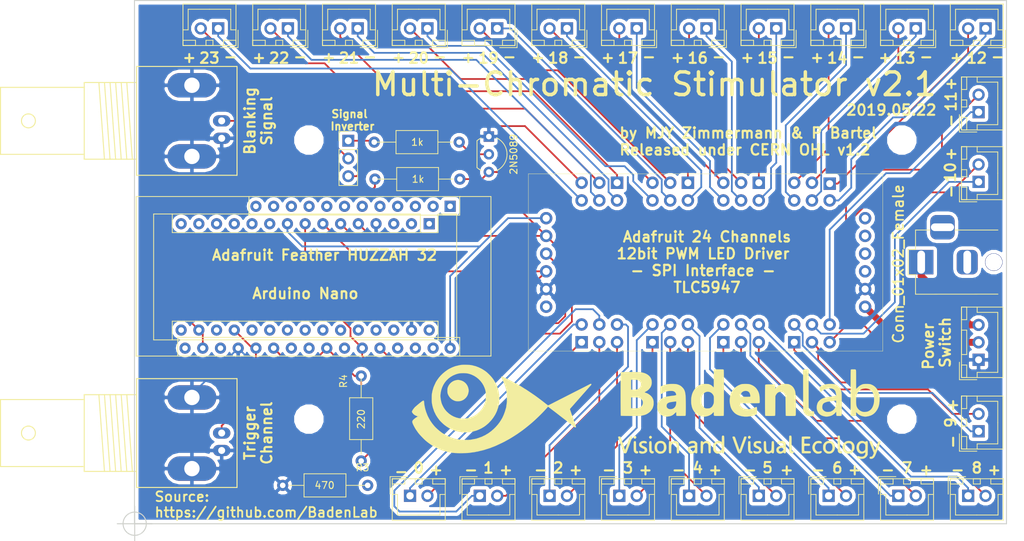
<source format=kicad_pcb>
(kicad_pcb (version 20171130) (host pcbnew "(5.0.0)")
  (layers (0 F.Cu signal) (31 B.Cu signal hide) (34 B.Paste user) (35 F.Paste user) (36 B.SilkS user) (37 F.SilkS user) (38 B.Mask user) (39 F.Mask user) (44 Edge.Cuts user))
  (net 0 "")
  (net 1 "Net-(A1-Pad17)")
  (net 2 "Net-(A1-Pad19)")
  (net 3 GNDREF)
  (net 4 "Net-(A1-Pad21)")
  (net 5 "Net-(A1-Pad22)")
  (net 6 "Net-(A1-Pad23)")
  (net 7 "Net-(A1-Pad24)")
  (net 8 "Net-(A1-Pad25)")
  (net 9 "Net-(A1-Pad26)")
  (net 10 "Net-(A1-Pad27)")
  (net 11 "Net-(A1-Pad28)")
  (net 12 "Net-(A1-Pad30)")
  (net 13 "Net-(A1-Pad16)")
  (net 14 "Net-(J1-Pad1)")
  (net 15 "Net-(J2-Pad1)")
  (net 16 "Net-(J3-Pad1)")
  (net 17 "Net-(J4-Pad1)")
  (net 18 "Net-(J5-Pad1)")
  (net 19 "Net-(J6-Pad1)")
  (net 20 "Net-(J7-Pad1)")
  (net 21 "Net-(J8-Pad1)")
  (net 22 "Net-(J9-Pad1)")
  (net 23 "Net-(J10-Pad1)")
  (net 24 "Net-(J11-Pad1)")
  (net 25 "Net-(J12-Pad1)")
  (net 26 "Net-(J13-Pad1)")
  (net 27 "Net-(J14-Pad1)")
  (net 28 "Net-(J15-Pad1)")
  (net 29 "Net-(J16-Pad1)")
  (net 30 "Net-(J17-Pad1)")
  (net 31 "Net-(J18-Pad1)")
  (net 32 "Net-(J19-Pad1)")
  (net 33 "Net-(J20-Pad1)")
  (net 34 "Net-(J21-Pad1)")
  (net 35 "Net-(J22-Pad1)")
  (net 36 "Net-(J23-Pad1)")
  (net 37 "Net-(J24-Pad1)")
  (net 38 "Net-(J25-Pad1)")
  (net 39 "Net-(A1-Pad12)")
  (net 40 "Net-(J1-Pad2)")
  (net 41 "Net-(Q1-Pad2)")
  (net 42 "Net-(A2-Pad20)")
  (module Maxime:R_Axial_DIN0309_L9.0mm_D3.2mm_P15.24mm_Horizontal (layer F.Cu) (at 106.55 65.3 180)
    (fp_text reference "" (at 11.43 -2.54 180) (layer F.SilkS))
    (fp_text value 1k (at 6 0 180) (layer F.SilkS))
    (pad 2 thru_hole oval (at 12.18 0 180) (size 1.6 1.6) (drill 0.8) (layers *.Cu *.Mask) (net 41 "Net-(Q1-Pad2)"))
    (pad 1 thru_hole circle (at 0 0 180) (size 1.6 1.6) (drill 0.8) (layers *.Cu *.Mask) (net 41 "Net-(Q1-Pad2)"))
  )
  (module Maxime:R_Axial_DIN0309_L9.0mm_D3.2mm_P15.24mm_Horizontal (layer F.Cu) (at 106.65 70.6 180)
    (fp_text reference "" (at 11.43 -2.54 180) (layer F.SilkS))
    (fp_text value 1k (at 6 0 180) (layer F.SilkS))
    (pad 2 thru_hole oval (at 12.18 0 180) (size 1.6 1.6) (drill 0.8) (layers *.Cu *.Mask) (net 13 "Net-(A1-Pad16)"))
    (pad 1 thru_hole circle (at 0 0 180) (size 1.6 1.6) (drill 0.8) (layers *.Cu *.Mask) (net 6 "Net-(A1-Pad23)"))
  )
  (module Package_TO_SOT_THT:TO-92L_Inline_Wide (layer F.Cu) (at 110.8 64.5 270)
    (fp_text reference 2N5089 (at 2.54 -3.56 270) (layer F.SilkS))
    (fp_text value "")
    (pad 1 thru_hole rect (at 0 0) (size 1.5 1.5) (drill 0.8) (layers *.Cu *.Mask) (net 3 GNDREF))
    (pad 3 thru_hole circle (at 5.08 0) (size 1.5 1.5) (drill 0.8) (layers *.Cu *.Mask) (net 6 "Net-(A1-Pad23)"))
    (pad 2 thru_hole circle (at 2.54 0) (size 1.5 1.5) (drill 0.8) (layers *.Cu *.Mask) (net 41 "Net-(Q1-Pad2)"))
  )
  (module Maxime:JST_XH_B02B-XH-A_02x2.50mm_Straight (layer F.Cu) (at 72 49 180)
    (fp_text reference "" (at -3.81 3.048 270) (layer F.SilkS))
    (fp_text value "" (at 2.772 -3.471 180) (layer F.SilkS))
    (pad 2 thru_hole circle (at 2.5 0 180) (size 1.75 1.75) (drill 1.05) (layers *.Cu *.Mask) (net 38 "Net-(J25-Pad1)"))
    (pad 1 thru_hole rect (at 0 0 180) (size 1.75 1.75) (drill 1.05) (layers *.Cu *.Mask) (net 37 "Net-(J24-Pad1)"))
  )
  (module Maxime:JST_XH_B02B-XH-A_02x2.50mm_Straight (layer F.Cu) (at 82 49 180)
    (fp_text reference "" (at -3.81 3.048 270) (layer F.SilkS))
    (fp_text value "" (at 2.772 -3.471 180) (layer F.SilkS))
    (pad 2 thru_hole circle (at 2.5 0 180) (size 1.75 1.75) (drill 1.05) (layers *.Cu *.Mask) (net 38 "Net-(J25-Pad1)"))
    (pad 1 thru_hole rect (at 0 0 180) (size 1.75 1.75) (drill 1.05) (layers *.Cu *.Mask) (net 36 "Net-(J23-Pad1)"))
  )
  (module Maxime:JST_XH_B02B-XH-A_02x2.50mm_Straight (layer F.Cu) (at 92 49 180)
    (fp_text reference "" (at -3.81 3.048 270) (layer F.SilkS))
    (fp_text value "" (at 2.772 -3.471 180) (layer F.SilkS))
    (pad 2 thru_hole circle (at 2.5 0 180) (size 1.75 1.75) (drill 1.05) (layers *.Cu *.Mask) (net 38 "Net-(J25-Pad1)"))
    (pad 1 thru_hole rect (at 0 0 180) (size 1.75 1.75) (drill 1.05) (layers *.Cu *.Mask) (net 35 "Net-(J22-Pad1)"))
  )
  (module Maxime:JST_XH_B02B-XH-A_02x2.50mm_Straight (layer F.Cu) (at 102 49 180)
    (fp_text reference "" (at -3.81 3.048 270) (layer F.SilkS))
    (fp_text value "" (at 2.772 -3.471 180) (layer F.SilkS))
    (pad 2 thru_hole circle (at 2.5 0 180) (size 1.75 1.75) (drill 1.05) (layers *.Cu *.Mask) (net 38 "Net-(J25-Pad1)"))
    (pad 1 thru_hole rect (at 0 0 180) (size 1.75 1.75) (drill 1.05) (layers *.Cu *.Mask) (net 34 "Net-(J21-Pad1)"))
  )
  (module Maxime:JST_XH_B02B-XH-A_02x2.50mm_Straight (layer F.Cu) (at 112 49 180)
    (fp_text reference "" (at -3.81 3.048 270) (layer F.SilkS))
    (fp_text value "" (at 2.772 -3.471 180) (layer F.SilkS))
    (pad 2 thru_hole circle (at 2.5 0 180) (size 1.75 1.75) (drill 1.05) (layers *.Cu *.Mask) (net 38 "Net-(J25-Pad1)"))
    (pad 1 thru_hole rect (at 0 0 180) (size 1.75 1.75) (drill 1.05) (layers *.Cu *.Mask) (net 33 "Net-(J20-Pad1)"))
  )
  (module Maxime:JST_XH_B02B-XH-A_02x2.50mm_Straight (layer F.Cu) (at 122 49 180)
    (fp_text reference "" (at -3.81 3.048 270) (layer F.SilkS))
    (fp_text value "" (at 2.772 -3.471 180) (layer F.SilkS))
    (pad 2 thru_hole circle (at 2.5 0 180) (size 1.75 1.75) (drill 1.05) (layers *.Cu *.Mask) (net 38 "Net-(J25-Pad1)"))
    (pad 1 thru_hole rect (at 0 0 180) (size 1.75 1.75) (drill 1.05) (layers *.Cu *.Mask) (net 32 "Net-(J19-Pad1)"))
  )
  (module Maxime:JST_XH_B02B-XH-A_02x2.50mm_Straight (layer F.Cu) (at 132 49 180)
    (fp_text reference "" (at -3.81 3.048 270) (layer F.SilkS))
    (fp_text value "" (at 2.772 -3.471 180) (layer F.SilkS))
    (pad 2 thru_hole circle (at 2.5 0 180) (size 1.75 1.75) (drill 1.05) (layers *.Cu *.Mask) (net 38 "Net-(J25-Pad1)"))
    (pad 1 thru_hole rect (at 0 0 180) (size 1.75 1.75) (drill 1.05) (layers *.Cu *.Mask) (net 31 "Net-(J18-Pad1)"))
  )
  (module Maxime:JST_XH_B02B-XH-A_02x2.50mm_Straight (layer F.Cu) (at 142 49 180)
    (fp_text reference "" (at -3.81 3.048 270) (layer F.SilkS))
    (fp_text value "" (at 2.772 -3.471 180) (layer F.SilkS))
    (pad 2 thru_hole circle (at 2.5 0 180) (size 1.75 1.75) (drill 1.05) (layers *.Cu *.Mask) (net 38 "Net-(J25-Pad1)"))
    (pad 1 thru_hole rect (at 0 0 180) (size 1.75 1.75) (drill 1.05) (layers *.Cu *.Mask) (net 30 "Net-(J17-Pad1)"))
  )
  (module Maxime:JST_XH_B02B-XH-A_02x2.50mm_Straight (layer F.Cu) (at 152 49 180)
    (fp_text reference "" (at -3.81 3.048 270) (layer F.SilkS))
    (fp_text value "" (at 2.772 -3.471 180) (layer F.SilkS))
    (pad 2 thru_hole circle (at 2.5 0 180) (size 1.75 1.75) (drill 1.05) (layers *.Cu *.Mask) (net 38 "Net-(J25-Pad1)"))
    (pad 1 thru_hole rect (at 0 0 180) (size 1.75 1.75) (drill 1.05) (layers *.Cu *.Mask) (net 29 "Net-(J16-Pad1)"))
  )
  (module Maxime:JST_XH_B02B-XH-A_02x2.50mm_Straight (layer F.Cu) (at 162 49 180)
    (fp_text reference "" (at -3.81 3.048 270) (layer F.SilkS))
    (fp_text value "" (at 2.772 -3.471 180) (layer F.SilkS))
    (pad 2 thru_hole circle (at 2.5 0 180) (size 1.75 1.75) (drill 1.05) (layers *.Cu *.Mask) (net 38 "Net-(J25-Pad1)"))
    (pad 1 thru_hole rect (at 0 0 180) (size 1.75 1.75) (drill 1.05) (layers *.Cu *.Mask) (net 28 "Net-(J15-Pad1)"))
  )
  (module Maxime:JST_XH_B02B-XH-A_02x2.50mm_Straight (layer F.Cu) (at 172 49 180)
    (fp_text reference "" (at -3.81 3.048 270) (layer F.SilkS))
    (fp_text value "" (at 2.772 -3.471 180) (layer F.SilkS))
    (pad 2 thru_hole circle (at 2.5 0 180) (size 1.75 1.75) (drill 1.05) (layers *.Cu *.Mask) (net 38 "Net-(J25-Pad1)"))
    (pad 1 thru_hole rect (at 0 0 180) (size 1.75 1.75) (drill 1.05) (layers *.Cu *.Mask) (net 27 "Net-(J14-Pad1)"))
  )
  (module Maxime:JST_XH_B02B-XH-A_02x2.50mm_Straight (layer F.Cu) (at 182 49 180)
    (fp_text reference "" (at -3.81 3.048 270) (layer F.SilkS))
    (fp_text value "" (at 2.772 -3.471 180) (layer F.SilkS))
    (pad 2 thru_hole circle (at 2.5 0 180) (size 1.75 1.75) (drill 1.05) (layers *.Cu *.Mask) (net 38 "Net-(J25-Pad1)"))
    (pad 1 thru_hole rect (at 0 0 180) (size 1.75 1.75) (drill 1.05) (layers *.Cu *.Mask) (net 26 "Net-(J13-Pad1)"))
  )
  (module Maxime:JST_XH_B02B-XH-A_02x2.50mm_Straight (layer F.Cu) (at 181 61 90)
    (fp_text reference "" (at -3.81 3.048 180) (layer F.SilkS))
    (fp_text value "" (at 2.772 -3.471 90) (layer F.SilkS))
    (pad 1 thru_hole rect (at 0 0 90) (size 1.75 1.75) (drill 1.05) (layers *.Cu *.Mask) (net 25 "Net-(J12-Pad1)"))
    (pad 2 thru_hole circle (at 2.5 0 90) (size 1.75 1.75) (drill 1.05) (layers *.Cu *.Mask) (net 38 "Net-(J25-Pad1)"))
  )
  (module Maxime:JST_XH_B02B-XH-A_02x2.50mm_Straight (layer F.Cu) (at 181 71 90)
    (fp_text reference "" (at -3.81 3.048 180) (layer F.SilkS))
    (fp_text value "" (at 2.772 -3.471 90) (layer F.SilkS))
    (pad 1 thru_hole rect (at 0 0 90) (size 1.75 1.75) (drill 1.05) (layers *.Cu *.Mask) (net 24 "Net-(J11-Pad1)"))
    (pad 2 thru_hole circle (at 2.5 0 90) (size 1.75 1.75) (drill 1.05) (layers *.Cu *.Mask) (net 38 "Net-(J25-Pad1)"))
  )
  (module Maxime:JST_XH_B02B-XH-A_02x2.50mm_Straight (layer F.Cu) (at 181 106.75 90)
    (fp_text reference "" (at -3.81 3.048 180) (layer F.SilkS))
    (fp_text value "" (at 2.772 -3.471 90) (layer F.SilkS))
    (pad 1 thru_hole rect (at 0 0 90) (size 1.75 1.75) (drill 1.05) (layers *.Cu *.Mask) (net 23 "Net-(J10-Pad1)"))
    (pad 2 thru_hole circle (at 2.5 0 90) (size 1.75 1.75) (drill 1.05) (layers *.Cu *.Mask) (net 38 "Net-(J25-Pad1)"))
  )
  (module Maxime:JST_XH_B02B-XH-A_02x2.50mm_Straight (layer F.Cu) (at 179.5 116)
    (fp_text reference "" (at -3.81 3.048 90) (layer F.SilkS))
    (fp_text value "" (at 2.772 -3.471) (layer F.SilkS))
    (pad 2 thru_hole circle (at 2.5 0) (size 1.75 1.75) (drill 1.05) (layers *.Cu *.Mask) (net 38 "Net-(J25-Pad1)"))
    (pad 1 thru_hole rect (at 0 0) (size 1.75 1.75) (drill 1.05) (layers *.Cu *.Mask) (net 22 "Net-(J9-Pad1)"))
  )
  (module Maxime:JST_XH_B02B-XH-A_02x2.50mm_Straight (layer F.Cu) (at 169.5 116)
    (fp_text reference "" (at -3.81 3.048 90) (layer F.SilkS))
    (fp_text value "" (at 2.772 -3.471) (layer F.SilkS))
    (pad 2 thru_hole circle (at 2.5 0) (size 1.75 1.75) (drill 1.05) (layers *.Cu *.Mask) (net 38 "Net-(J25-Pad1)"))
    (pad 1 thru_hole rect (at 0 0) (size 1.75 1.75) (drill 1.05) (layers *.Cu *.Mask) (net 21 "Net-(J8-Pad1)"))
  )
  (module Maxime:JST_XH_B02B-XH-A_02x2.50mm_Straight (layer F.Cu) (at 159.5 116)
    (fp_text reference "" (at -3.81 3.048 90) (layer F.SilkS))
    (fp_text value "" (at 2.772 -3.471) (layer F.SilkS))
    (pad 2 thru_hole circle (at 2.5 0) (size 1.75 1.75) (drill 1.05) (layers *.Cu *.Mask) (net 38 "Net-(J25-Pad1)"))
    (pad 1 thru_hole rect (at 0 0) (size 1.75 1.75) (drill 1.05) (layers *.Cu *.Mask) (net 20 "Net-(J7-Pad1)"))
  )
  (module Maxime:JST_XH_B02B-XH-A_02x2.50mm_Straight (layer F.Cu) (at 149.5 116)
    (fp_text reference "" (at -3.81 3.048 90) (layer F.SilkS))
    (fp_text value "" (at 2.772 -3.471) (layer F.SilkS))
    (pad 2 thru_hole circle (at 2.5 0) (size 1.75 1.75) (drill 1.05) (layers *.Cu *.Mask) (net 38 "Net-(J25-Pad1)"))
    (pad 1 thru_hole rect (at 0 0) (size 1.75 1.75) (drill 1.05) (layers *.Cu *.Mask) (net 19 "Net-(J6-Pad1)"))
  )
  (module Maxime:JST_XH_B02B-XH-A_02x2.50mm_Straight (layer F.Cu) (at 139.5 116)
    (fp_text reference "" (at -3.81 3.048 90) (layer F.SilkS))
    (fp_text value "" (at 2.772 -3.471) (layer F.SilkS))
    (pad 2 thru_hole circle (at 2.5 0) (size 1.75 1.75) (drill 1.05) (layers *.Cu *.Mask) (net 38 "Net-(J25-Pad1)"))
    (pad 1 thru_hole rect (at 0 0) (size 1.75 1.75) (drill 1.05) (layers *.Cu *.Mask) (net 18 "Net-(J5-Pad1)"))
  )
  (module Maxime:JST_XH_B02B-XH-A_02x2.50mm_Straight (layer F.Cu) (at 129.5 116)
    (fp_text reference "" (at -3.81 3.048 90) (layer F.SilkS))
    (fp_text value "" (at 2.772 -3.471) (layer F.SilkS))
    (pad 2 thru_hole circle (at 2.5 0) (size 1.75 1.75) (drill 1.05) (layers *.Cu *.Mask) (net 38 "Net-(J25-Pad1)"))
    (pad 1 thru_hole rect (at 0 0) (size 1.75 1.75) (drill 1.05) (layers *.Cu *.Mask) (net 17 "Net-(J4-Pad1)"))
  )
  (module Maxime:JST_XH_B02B-XH-A_02x2.50mm_Straight (layer F.Cu) (at 119.5 116)
    (fp_text reference "" (at -3.81 3.048 90) (layer F.SilkS))
    (fp_text value "" (at 2.772 -3.471) (layer F.SilkS))
    (pad 2 thru_hole circle (at 2.5 0) (size 1.75 1.75) (drill 1.05) (layers *.Cu *.Mask) (net 38 "Net-(J25-Pad1)"))
    (pad 1 thru_hole rect (at 0 0) (size 1.75 1.75) (drill 1.05) (layers *.Cu *.Mask) (net 16 "Net-(J3-Pad1)"))
  )
  (module Maxime:JST_XH_B02B-XH-A_02x2.50mm_Straight (layer F.Cu) (at 109.5 116)
    (fp_text reference "" (at -3.81 3.048 90) (layer F.SilkS))
    (fp_text value "" (at 2.772 -3.471) (layer F.SilkS))
    (pad 2 thru_hole circle (at 2.5 0) (size 1.75 1.75) (drill 1.05) (layers *.Cu *.Mask) (net 38 "Net-(J25-Pad1)"))
    (pad 1 thru_hole rect (at 0 0) (size 1.75 1.75) (drill 1.05) (layers *.Cu *.Mask) (net 15 "Net-(J2-Pad1)"))
  )
  (module "Maxime:new_logo 1000" (layer F.Cu) (at 133.75 104.5)
    (fp_text reference "" hide)
    (fp_text value "" hide)
  )
  (module Maxime:JST_XH_B02B-XH-A_02x2.50mm_Straight (layer F.Cu) (at 99.5 116)
    (fp_text reference "" (at -3.81 3.048 90) (layer F.SilkS))
    (fp_text value "" (at 2.772 -3.471) (layer F.SilkS))
    (pad 1 thru_hole rect (at 0 0) (size 1.75 1.75) (drill 1.05) (layers *.Cu *.Mask) (net 14 "Net-(J1-Pad1)"))
    (pad 2 thru_hole circle (at 2.5 0) (size 1.75 1.75) (drill 1.05) (layers *.Cu *.Mask) (net 38 "Net-(J25-Pad1)"))
  )
  (module Maxime:R_Axial_DIN0309_L9.0mm_D3.2mm_P15.24mm_Horizontal (layer F.Cu) (at 81.25 114.5)
    (fp_text reference R3 (at 11.43 -2.54) (layer F.SilkS))
    (fp_text value 470 (at 6 0) (layer F.SilkS))
    (pad 2 thru_hole oval (at 12.18 0) (size 1.6 1.6) (drill 0.8) (layers *.Cu *.Mask) (net 42 "Net-(A2-Pad20)"))
    (pad 1 thru_hole circle (at 0 0) (size 1.6 1.6) (drill 0.8) (layers *.Cu *.Mask) (net 3 GNDREF))
  )
  (module "Maxime:Adafruit Huzzah 32" (layer F.Cu) (at 63.75 73 270)
    (fp_text reference "" (at 9.12 -48.49 270) (layer F.SilkS))
    (fp_text value "" (at 10.15 -24.285) (layer F.SilkS))
    (pad SDA/23 thru_hole rect (at 1.5 -41.5 270) (size 1.6 1.6) (drill 0.8) (layers *.Cu *.Mask))
    (pad NC thru_hole oval (at 21.83 -8.58 270) (size 1.6 1.6) (drill 0.8) (layers *.Cu *.Mask) (net 1 "Net-(A1-Pad17)"))
    (pad SCL/22 thru_hole oval (at 1.5 -39.06 270) (size 1.6 1.6) (drill 0.8) (layers *.Cu *.Mask))
    (pad 18 thru_hole oval (at 21.83 -11.12 270) (size 1.6 1.6) (drill 0.8) (layers *.Cu *.Mask) (net 3 GNDREF))
    (pad 14/A6 thru_hole oval (at 1.5 -36.52 270) (size 1.6 1.6) (drill 0.8) (layers *.Cu *.Mask))
    (pad A0/26 thru_hole oval (at 21.83 -13.66 270) (size 1.6 1.6) (drill 0.8) (layers *.Cu *.Mask) (net 2 "Net-(A1-Pad19)"))
    (pad 32/A7 thru_hole oval (at 1.5 -33.98 270) (size 1.6 1.6) (drill 0.8) (layers *.Cu *.Mask))
    (pad A1/25 thru_hole oval (at 21.83 -16.2 270) (size 1.6 1.6) (drill 0.8) (layers *.Cu *.Mask) (net 6 "Net-(A1-Pad23)"))
    (pad 15/A8 thru_hole oval (at 1.5 -31.44 270) (size 1.6 1.6) (drill 0.8) (layers *.Cu *.Mask))
    (pad A2/34 thru_hole oval (at 21.83 -18.74 270) (size 1.6 1.6) (drill 0.8) (layers *.Cu *.Mask) (net 4 "Net-(A1-Pad21)"))
    (pad 33/A9 thru_hole oval (at 1.5 -28.9 270) (size 1.6 1.6) (drill 0.8) (layers *.Cu *.Mask))
    (pad A3/39 thru_hole oval (at 21.83 -21.28 270) (size 1.6 1.6) (drill 0.8) (layers *.Cu *.Mask) (net 5 "Net-(A1-Pad22)"))
    (pad 27/A10 thru_hole oval (at 1.5 -26.36 270) (size 1.6 1.6) (drill 0.8) (layers *.Cu *.Mask))
    (pad A4/36 thru_hole oval (at 21.83 -23.82 270) (size 1.6 1.6) (drill 0.8) (layers *.Cu *.Mask) (net 6 "Net-(A1-Pad23)"))
    (pad 12/A11 thru_hole oval (at 1.5 -23.82 270) (size 1.6 1.6) (drill 0.8) (layers *.Cu *.Mask))
    (pad A5/4 thru_hole oval (at 21.83 -26.36 270) (size 1.6 1.6) (drill 0.8) (layers *.Cu *.Mask) (net 7 "Net-(A1-Pad24)"))
    (pad 13/A12 thru_hole oval (at 1.5 -21.28 270) (size 1.6 1.6) (drill 0.8) (layers *.Cu *.Mask))
    (pad SCK/5 thru_hole oval (at 21.83 -28.9 270) (size 1.6 1.6) (drill 0.8) (layers *.Cu *.Mask) (net 8 "Net-(A1-Pad25)"))
    (pad USB thru_hole oval (at 1.5 -18.74 270) (size 1.6 1.6) (drill 0.8) (layers *.Cu *.Mask))
    (pad MOSI/18 thru_hole oval (at 21.83 -31.44 270) (size 1.6 1.6) (drill 0.8) (layers *.Cu *.Mask) (net 9 "Net-(A1-Pad26)"))
    (pad En thru_hole oval (at 1.5 -16.2 270) (size 1.6 1.6) (drill 0.8) (layers *.Cu *.Mask))
    (pad MISO/19 thru_hole oval (at 21.83 -33.98 270) (size 1.6 1.6) (drill 0.8) (layers *.Cu *.Mask) (net 10 "Net-(A1-Pad27)"))
    (pad BAT thru_hole oval (at 1.5 -13.66 270) (size 1.6 1.6) (drill 0.8) (layers *.Cu *.Mask))
    (pad RX/16 thru_hole oval (at 21.83 -36.52 270) (size 1.6 1.6) (drill 0.8) (layers *.Cu *.Mask) (net 11 "Net-(A1-Pad28)"))
    (pad TX/17 thru_hole oval (at 21.83 -39.06 270) (size 1.6 1.6) (drill 0.8) (layers *.Cu *.Mask))
    (pad 21 thru_hole oval (at 21.83 -41.5 270) (size 1.6 1.6) (drill 0.8) (layers *.Cu *.Mask) (net 12 "Net-(A1-Pad30)"))
    (pad 3V thru_hole oval (at 21.83 -6.04 270) (size 1.6 1.6) (drill 0.8) (layers *.Cu *.Mask) (net 13 "Net-(A1-Pad16)"))
    (pad RST thru_hole oval (at 21.83 -3.5 270) (size 1.6 1.6) (drill 0.8) (layers *.Cu *.Mask))
  )
  (module MountingHole:MountingHole_3.2mm_M3_DIN965 (layer F.Cu) (at 85 65)
    (fp_text reference "" (at 0 -3.8) (layer F.SilkS))
    (fp_text value "")
    (pad 1 np_thru_hole circle (at 0 0) (size 3.2 3.2) (drill 3.2) (layers *.Cu *.Mask))
  )
  (module MountingHole:MountingHole_3.2mm_M3_DIN965 (layer F.Cu) (at 85 105)
    (fp_text reference "" (at 0 -3.8) (layer F.SilkS))
    (fp_text value "")
    (pad 1 np_thru_hole circle (at 0 0) (size 3.2 3.2) (drill 3.2) (layers *.Cu *.Mask))
  )
  (module MountingHole:MountingHole_3.2mm_M3_DIN965 (layer F.Cu) (at 170 105 90)
    (fp_text reference "" (at 0 -3.8 90) (layer F.SilkS))
    (fp_text value "")
    (pad 1 np_thru_hole circle (at 0 0 90) (size 3.2 3.2) (drill 3.2) (layers *.Cu *.Mask))
  )
  (module Maxime:Maxi_TLC5947 (layer F.Cu) (at 141.875 82.55 90)
    (fp_text reference "")
    (fp_text value "")
    (pad 25 thru_hole circle (at 8.89 -7.62 90) (size 1.778 1.778) (drill 1) (layers *.Cu *.Mask) (net 34 "Net-(J21-Pad1)"))
    (pad "" thru_hole circle (at 11.43 -7.62 90) (size 1.778 1.778) (drill 1) (layers *.Cu *.Mask) (net 38 "Net-(J25-Pad1)"))
    (pad 26 thru_hole circle (at 8.89 -12.7 90) (size 1.778 1.778) (drill 1) (layers *.Cu *.Mask) (net 35 "Net-(J22-Pad1)"))
    (pad "" thru_hole circle (at 11.43 -15.24 90) (size 1.778 1.778) (drill 1) (layers *.Cu *.Mask) (net 38 "Net-(J25-Pad1)"))
    (pad 27 thru_hole circle (at 8.89 -15.24 90) (size 1.778 1.778) (drill 1) (layers *.Cu *.Mask) (net 36 "Net-(J23-Pad1)"))
    (pad "" thru_hole circle (at 11.43 -17.78 90) (size 1.778 1.778) (drill 1) (layers *.Cu *.Mask) (net 38 "Net-(J25-Pad1)"))
    (pad 28 thru_hole circle (at 8.89 -17.78 90) (size 1.778 1.778) (drill 1) (layers *.Cu *.Mask) (net 37 "Net-(J24-Pad1)"))
    (pad "" thru_hole circle (at 11.43 -5.08 90) (size 1.778 1.778) (drill 1) (layers *.Cu *.Mask) (net 38 "Net-(J25-Pad1)"))
    (pad 24 thru_hole circle (at 8.89 -5.08 90) (size 1.778 1.778) (drill 1) (layers *.Cu *.Mask) (net 33 "Net-(J20-Pad1)"))
    (pad 23 thru_hole circle (at 8.89 -2.54 90) (size 1.778 1.778) (drill 1) (layers *.Cu *.Mask) (net 32 "Net-(J19-Pad1)"))
    (pad "" thru_hole circle (at 11.43 5.08 90) (size 1.778 1.778) (drill 1) (layers *.Cu *.Mask) (net 38 "Net-(J25-Pad1)"))
    (pad "" thru_hole circle (at 11.43 2.54 90) (size 1.778 1.778) (drill 1) (layers *.Cu *.Mask) (net 38 "Net-(J25-Pad1)"))
    (pad 22 thru_hole circle (at 8.89 2.54 90) (size 1.778 1.778) (drill 1) (layers *.Cu *.Mask) (net 31 "Net-(J18-Pad1)"))
    (pad 21 thru_hole circle (at 8.89 5.08 90) (size 1.778 1.778) (drill 1) (layers *.Cu *.Mask) (net 30 "Net-(J17-Pad1)"))
    (pad 20 thru_hole circle (at 8.89 7.62 90) (size 1.778 1.778) (drill 1) (layers *.Cu *.Mask) (net 29 "Net-(J16-Pad1)"))
    (pad 19 thru_hole circle (at 8.89 12.7 90) (size 1.778 1.778) (drill 1) (layers *.Cu *.Mask) (net 28 "Net-(J15-Pad1)"))
    (pad "" thru_hole circle (at 11.43 12.7 90) (size 1.778 1.778) (drill 1) (layers *.Cu *.Mask) (net 38 "Net-(J25-Pad1)"))
    (pad "" thru_hole circle (at 11.43 15.24 90) (size 1.778 1.778) (drill 1) (layers *.Cu *.Mask) (net 38 "Net-(J25-Pad1)"))
    (pad 18 thru_hole circle (at 8.89 15.24 90) (size 1.778 1.778) (drill 1) (layers *.Cu *.Mask) (net 27 "Net-(J14-Pad1)"))
    (pad 17 thru_hole circle (at 8.89 17.78 90) (size 1.778 1.778) (drill 1) (layers *.Cu *.Mask) (net 26 "Net-(J13-Pad1)"))
    (pad 16 thru_hole circle (at -8.89 17.78 90) (size 1.778 1.778) (drill 1) (layers *.Cu *.Mask) (net 25 "Net-(J12-Pad1)"))
    (pad "" thru_hole circle (at -11.43 17.78 90) (size 1.778 1.778) (drill 1) (layers *.Cu *.Mask) (net 38 "Net-(J25-Pad1)"))
    (pad "" thru_hole circle (at -11.43 15.24 90) (size 1.778 1.778) (drill 1) (layers *.Cu *.Mask) (net 38 "Net-(J25-Pad1)"))
    (pad 15 thru_hole circle (at -8.89 15.24 90) (size 1.778 1.778) (drill 1) (layers *.Cu *.Mask) (net 24 "Net-(J11-Pad1)"))
    (pad 14 thru_hole circle (at -8.89 12.7 90) (size 1.778 1.778) (drill 1) (layers *.Cu *.Mask) (net 23 "Net-(J10-Pad1)"))
    (pad "" thru_hole circle (at -11.43 7.62 90) (size 1.778 1.778) (drill 1) (layers *.Cu *.Mask) (net 38 "Net-(J25-Pad1)"))
    (pad "" thru_hole circle (at -11.43 5.08 90) (size 1.778 1.778) (drill 1) (layers *.Cu *.Mask) (net 38 "Net-(J25-Pad1)"))
    (pad 13 thru_hole circle (at -8.89 7.62 90) (size 1.778 1.778) (drill 1) (layers *.Cu *.Mask) (net 22 "Net-(J9-Pad1)"))
    (pad 12 thru_hole circle (at -8.89 5.08 90) (size 1.778 1.778) (drill 1) (layers *.Cu *.Mask) (net 21 "Net-(J8-Pad1)"))
    (pad 11 thru_hole circle (at -8.89 2.54 90) (size 1.778 1.778) (drill 1) (layers *.Cu *.Mask) (net 20 "Net-(J7-Pad1)"))
    (pad "" thru_hole rect (at 11.43 -12.7 90) (size 1.778 1.778) (drill 1) (layers *.Cu *.Mask) (net 38 "Net-(J25-Pad1)"))
    (pad "" thru_hole rect (at 11.43 -2.54 90) (size 1.778 1.778) (drill 1) (layers *.Cu *.Mask) (net 38 "Net-(J25-Pad1)"))
    (pad "" thru_hole rect (at 11.43 7.62 90) (size 1.778 1.778) (drill 1) (layers *.Cu *.Mask) (net 38 "Net-(J25-Pad1)"))
    (pad "" thru_hole rect (at 11.3 17.78 90) (size 1.778 1.778) (drill 1) (layers *.Cu *.Mask) (net 38 "Net-(J25-Pad1)"))
    (pad "" thru_hole rect (at -11.43 12.7 90) (size 1.778 1.778) (drill 1) (layers *.Cu *.Mask) (net 38 "Net-(J25-Pad1)"))
    (pad "" thru_hole rect (at -11.43 2.54 90) (size 1.778 1.778) (drill 1) (layers *.Cu *.Mask) (net 38 "Net-(J25-Pad1)"))
    (pad "" thru_hole circle (at -11.43 -2.54 90) (size 1.778 1.778) (drill 1) (layers *.Cu *.Mask) (net 38 "Net-(J25-Pad1)"))
    (pad "" thru_hole circle (at -11.43 -5.08 90) (size 1.778 1.778) (drill 1) (layers *.Cu *.Mask) (net 38 "Net-(J25-Pad1)"))
    (pad "" thru_hole rect (at -11.43 -7.62 90) (size 1.778 1.778) (drill 1) (layers *.Cu *.Mask) (net 38 "Net-(J25-Pad1)"))
    (pad 10 thru_hole circle (at -8.89 -2.54 90) (size 1.778 1.778) (drill 1) (layers *.Cu *.Mask) (net 19 "Net-(J6-Pad1)"))
    (pad 9 thru_hole circle (at -8.89 -5.08 90) (size 1.778 1.778) (drill 1) (layers *.Cu *.Mask) (net 18 "Net-(J5-Pad1)"))
    (pad 8 thru_hole circle (at -8.89 -7.62 90) (size 1.778 1.778) (drill 1) (layers *.Cu *.Mask) (net 17 "Net-(J4-Pad1)"))
    (pad "" thru_hole circle (at -11.43 -12.7 90) (size 1.778 1.778) (drill 1) (layers *.Cu *.Mask) (net 38 "Net-(J25-Pad1)"))
    (pad "" thru_hole circle (at -11.43 -15.24 90) (size 1.778 1.778) (drill 1) (layers *.Cu *.Mask) (net 38 "Net-(J25-Pad1)"))
    (pad "" thru_hole rect (at -11.43 -17.78 90) (size 1.778 1.778) (drill 1) (layers *.Cu *.Mask) (net 38 "Net-(J25-Pad1)"))
    (pad 7 thru_hole circle (at -8.89 -12.7 90) (size 1.778 1.778) (drill 1) (layers *.Cu *.Mask) (net 16 "Net-(J3-Pad1)"))
    (pad 6 thru_hole circle (at -8.89 -15.24 90) (size 1.778 1.778) (drill 1) (layers *.Cu *.Mask) (net 15 "Net-(J2-Pad1)"))
    (pad 5 thru_hole circle (at -8.89 -17.78 90) (size 1.778 1.778) (drill 1) (layers *.Cu *.Mask) (net 14 "Net-(J1-Pad1)"))
    (pad 30 thru_hole circle (at 6.35 -22.86 270) (size 1.778 1.778) (drill 1.016) (layers *.Cu *.Mask) (net 12 "Net-(A1-Pad30)"))
    (pad 2 thru_hole circle (at 3.81 -22.86 180) (size 1.778 1.778) (drill 1.016) (layers *.Cu *.Mask) (net 6 "Net-(A1-Pad23)"))
    (pad 3 thru_hole circle (at 1.27 -22.86 180) (size 1.778 1.778) (drill 1.016) (layers *.Cu *.Mask) (net 8 "Net-(A1-Pad25)"))
    (pad 4 thru_hole circle (at -1.27 -22.86 180) (size 1.778 1.778) (drill 1.016) (layers *.Cu *.Mask) (net 9 "Net-(A1-Pad26)"))
    (pad 1 thru_hole circle (at -3.82 -22.86 180) (size 1.778 1.778) (drill 1.016) (layers *.Cu *.Mask) (net 3 GNDREF))
    (pad 32 thru_hole circle (at -6.34 -22.86 180) (size 1.778 1.778) (drill 1.016) (layers *.Cu *.Mask) (net 38 "Net-(J25-Pad1)"))
    (pad 32 thru_hole circle (at -6.35 22.86 180) (size 1.778 1.778) (drill 1.016) (layers *.Cu *.Mask) (net 38 "Net-(J25-Pad1)"))
    (pad "" thru_hole circle (at -3.81 22.86 180) (size 1.778 1.778) (drill 1.016) (layers *.Cu *.Mask) (net 3 GNDREF))
    (pad "" thru_hole circle (at -1.27 22.86 180) (size 1.778 1.778) (drill 1.016) (layers *.Cu *.Mask))
    (pad "" thru_hole circle (at 1.27 22.86 180) (size 1.778 1.778) (drill 1.016) (layers *.Cu *.Mask))
    (pad "" thru_hole circle (at 3.81 22.86 180) (size 1.778 1.778) (drill 1.016) (layers *.Cu *.Mask))
    (pad "" thru_hole circle (at 6.35 22.86 180) (size 1.778 1.778) (drill 1.016) (layers *.Cu *.Mask))
  )
  (module Maxime:BNC_Socket_TYCO-AMP_LargePads (layer F.Cu) (at 67.5 62.25 90)
    (fp_text reference "" (at 0.508 9.652 90) (layer F.SilkS))
    (fp_text value "" (at -5.5 -6 90) (layer F.SilkS))
    (pad 2 thru_hole oval (at -2.49936 5.00126 90) (size 1.6002 2.49936) (drill 1.00076) (layers *.Cu *.Mask) (net 3 GNDREF))
    (pad 1 thru_hole oval (at 0 5.00126 90) (size 1.6002 2.49936) (drill 1.00076) (layers *.Cu *.Mask) (net 6 "Net-(A1-Pad23)"))
    (pad 2 thru_hole oval (at 5.10032 0.7366 90) (size 3.50012 7.00024) (drill 2.19964) (layers *.Cu *.Mask) (net 3 GNDREF))
    (pad 2 thru_hole oval (at -5.09778 0.7366 90) (size 3.50012 7.00024) (drill 2.19964) (layers *.Cu *.Mask) (net 3 GNDREF))
  )
  (module Maxime:BarrelJack_Horizontal_maxime (layer F.Cu) (at 187.275 82.5 180)
    (fp_text reference J2 hide)
    (fp_text value Conn_01x02_Female (at 17.775 -0.25 90) (layer F.SilkS) (effects (font (size 1.5 1.5) (thickness 0.25))))
    (pad 4 thru_hole circle (at 4.1 0 180) (size 2.5 2.5) (drill 2.4) (layers *.Cu *.Mask))
    (pad 1 thru_hole rect (at 14.5 0 180) (size 3.5 3.5) (drill oval 1.1 3.3) (layers *.Cu *.Mask) (net 15 "Net-(J2-Pad1)"))
    (pad 2 thru_hole roundrect (at 7.9 0 180) (size 3 3.5) (drill oval 1.1 3.3) (layers *.Cu *.Mask) (net 40 "Net-(J1-Pad2)"))
    (pad 3 thru_hole roundrect (at 11.45 5 180) (size 3.5 3.5) (drill oval 3.3 1.1) (layers *.Cu *.Mask))
  )
  (module Maxime:BNC_Socket_TYCO-AMP_LargePads (layer F.Cu) (at 67.5 107 90)
    (fp_text reference "" (at 0.508 9.652 90) (layer F.SilkS))
    (fp_text value "" (at -5.5 -6 90) (layer F.SilkS))
    (pad 2 thru_hole oval (at -5.09778 0.7366 90) (size 3.50012 7.00024) (drill 2.19964) (layers *.Cu *.Mask) (net 3 GNDREF))
    (pad 2 thru_hole oval (at 5.10032 0.7366 90) (size 3.50012 7.00024) (drill 2.19964) (layers *.Cu *.Mask) (net 3 GNDREF))
    (pad 1 thru_hole oval (at 0 5.00126 90) (size 1.6002 2.49936) (drill 1.00076) (layers *.Cu *.Mask) (net 2 "Net-(A1-Pad19)"))
    (pad 2 thru_hole oval (at -2.49936 5.00126 90) (size 1.6002 2.49936) (drill 1.00076) (layers *.Cu *.Mask) (net 3 GNDREF))
  )
  (module MountingHole:MountingHole_3.2mm_M3_DIN965 (layer F.Cu) (at 170 65)
    (fp_text reference "" (at 0 -3.8) (layer F.SilkS))
    (fp_text value "")
    (pad 1 np_thru_hole circle (at 0 0) (size 3.2 3.2) (drill 3.2) (layers *.Cu *.Mask))
  )
  (module Module:Arduino_Nano (layer F.Cu) (at 102.25 77 270)
    (fp_text reference "" (at 7.62 -5.08 270) (layer F.SilkS))
    (fp_text value "Arduino Nano" (at 10 17.75) (layer F.SilkS) (effects (font (size 1.5 1.5) (thickness 0.3))))
    (pad D13 thru_hole oval (at 15.24 35.56 270) (size 1.6 1.6) (drill 0.8) (layers *.Cu *.Mask))
    (pad D12 thru_hole oval (at 0 35.56 270) (size 1.6 1.6) (drill 0.8) (layers *.Cu *.Mask))
    (pad Vin thru_hole oval (at 15.24 0 270) (size 1.6 1.6) (drill 0.8) (layers *.Cu *.Mask))
    (pad D11 thru_hole oval (at 0 33.02 270) (size 1.6 1.6) (drill 0.8) (layers *.Cu *.Mask))
    (pad GND thru_hole oval (at 15.24 2.54 270) (size 1.6 1.6) (drill 0.8) (layers *.Cu *.Mask) (net 3 GNDREF))
    (pad D10 thru_hole oval (at 0 30.48 270) (size 1.6 1.6) (drill 0.8) (layers *.Cu *.Mask))
    (pad RST thru_hole oval (at 15.24 5.08 270) (size 1.6 1.6) (drill 0.8) (layers *.Cu *.Mask))
    (pad D9 thru_hole oval (at 0 27.94 270) (size 1.6 1.6) (drill 0.8) (layers *.Cu *.Mask))
    (pad 5V thru_hole oval (at 15.24 7.62 270) (size 1.6 1.6) (drill 0.8) (layers *.Cu *.Mask))
    (pad D8 thru_hole oval (at 0 25.4 270) (size 1.6 1.6) (drill 0.8) (layers *.Cu *.Mask))
    (pad A7 thru_hole oval (at 15.24 10.16 270) (size 1.6 1.6) (drill 0.8) (layers *.Cu *.Mask))
    (pad D7 thru_hole oval (at 0 22.86 270) (size 1.6 1.6) (drill 0.8) (layers *.Cu *.Mask))
    (pad A6 thru_hole oval (at 15.24 12.7 270) (size 1.6 1.6) (drill 0.8) (layers *.Cu *.Mask))
    (pad D6 thru_hole oval (at 0 20.32 270) (size 1.6 1.6) (drill 0.8) (layers *.Cu *.Mask) (net 12 "Net-(A1-Pad30)"))
    (pad A5 thru_hole oval (at 15.24 15.24 270) (size 1.6 1.6) (drill 0.8) (layers *.Cu *.Mask))
    (pad D5 thru_hole oval (at 0 17.78 270) (size 1.6 1.6) (drill 0.8) (layers *.Cu *.Mask) (net 8 "Net-(A1-Pad25)"))
    (pad A4 thru_hole oval (at 15.24 17.78 270) (size 1.6 1.6) (drill 0.8) (layers *.Cu *.Mask))
    (pad D4 thru_hole oval (at 0 15.24 270) (size 1.6 1.6) (drill 0.8) (layers *.Cu *.Mask) (net 9 "Net-(A1-Pad26)"))
    (pad A3 thru_hole oval (at 15.24 20.32 270) (size 1.6 1.6) (drill 0.8) (layers *.Cu *.Mask))
    (pad D3 thru_hole oval (at 0 12.7 270) (size 1.6 1.6) (drill 0.8) (layers *.Cu *.Mask) (net 6 "Net-(A1-Pad23)"))
    (pad A2 thru_hole oval (at 15.24 22.86 270) (size 1.6 1.6) (drill 0.8) (layers *.Cu *.Mask))
    (pad D2 thru_hole oval (at 0 10.16 270) (size 1.6 1.6) (drill 0.8) (layers *.Cu *.Mask) (net 6 "Net-(A1-Pad23)"))
    (pad A1 thru_hole oval (at 15.24 25.4 270) (size 1.6 1.6) (drill 0.8) (layers *.Cu *.Mask))
    (pad GND thru_hole oval (at 0 7.62 270) (size 1.6 1.6) (drill 0.8) (layers *.Cu *.Mask) (net 3 GNDREF))
    (pad A0 thru_hole oval (at 15.24 27.94 270) (size 1.6 1.6) (drill 0.8) (layers *.Cu *.Mask) (net 2 "Net-(A1-Pad19)"))
    (pad RST thru_hole oval (at 0 5.08 270) (size 1.6 1.6) (drill 0.8) (layers *.Cu *.Mask))
    (pad REF thru_hole oval (at 15.24 30.48 270) (size 1.6 1.6) (drill 0.8) (layers *.Cu *.Mask))
    (pad RX0 thru_hole oval (at 0 2.54 270) (size 1.6 1.6) (drill 0.8) (layers *.Cu *.Mask))
    (pad 3V3 thru_hole oval (at 15.24 33.02 270) (size 1.6 1.6) (drill 0.8) (layers *.Cu *.Mask) (net 13 "Net-(A1-Pad16)"))
    (pad TX1 thru_hole rect (at 0 0 270) (size 1.6 1.6) (drill 0.8) (layers *.Cu *.Mask))
  )
  (module Maxime:R_Axial_DIN0309_L9.0mm_D3.2mm_P15.24mm_Horizontal (layer F.Cu) (at 92.5 111 90)
    (fp_text reference R4 (at 11.43 -2.54 90) (layer F.SilkS))
    (fp_text value 220 (at 6 0 90) (layer F.SilkS))
    (pad 1 thru_hole circle (at 0 0 90) (size 1.6 1.6) (drill 0.8) (layers *.Cu *.Mask) (net 42 "Net-(A2-Pad20)"))
    (pad 2 thru_hole oval (at 12.18 0 90) (size 1.6 1.6) (drill 0.8) (layers *.Cu *.Mask) (net 39 "Net-(A1-Pad12)"))
  )
  (module Maxime:JST_XH_B03B-XH-A_03x2.50mm_Straight (layer F.Cu) (at 181 96.5 90)
    (fp_text reference "" (at -3.556 3.048 180) (layer F.SilkS))
    (fp_text value "" (at 3.985 -3.507 90) (layer F.SilkS))
    (pad 1 thru_hole rect (at 0 0 90) (size 1.75 1.75) (drill 1) (layers *.Cu *.Mask) (net 3 GNDREF))
    (pad 2 thru_hole circle (at 2.5 0 90) (size 1.75 1.75) (drill 1) (layers *.Cu *.Mask) (net 38 "Net-(J25-Pad1)"))
    (pad 3 thru_hole circle (at 5 0 90) (size 1.75 1.75) (drill 1) (layers *.Cu *.Mask) (net 38 "Net-(J25-Pad1)"))
  )
  (module Connector_PinHeader_2.54mm:PinHeader_1x03_P2.54mm_Vertical (layer F.Cu) (at 90.65 65.1)
    (fp_text reference "" (at 0 -2.6) (layer F.SilkS))
    (fp_text value PinHeader_1x03_P2.54mm_Vertical)
    (pad 3 thru_hole oval (at 0 5.08) (size 1.7 1.7) (drill 1) (layers *.Cu *.Mask) (net 6 "Net-(A1-Pad23)"))
    (pad 2 thru_hole oval (at 0 2.54) (size 1.7 1.7) (drill 1) (layers *.Cu *.Mask) (net 6 "Net-(A1-Pad23)"))
    (pad 1 thru_hole rect (at 0 0) (size 1.7 1.7) (drill 1) (layers *.Cu *.Mask) (net 41 "Net-(Q1-Pad2)"))
  )
  (gr_text "Signal \nInverter" (at 91.25 62.15) (layer F.SilkS) (effects (font (size 1.1 1.1) (thickness 0.25))))
  (gr_text - (at 73.75 53.25 180) (layer F.SilkS) (effects (font (size 1.5 1.5) (thickness 0.3))))
  (gr_text "23\n" (at 70.75 53.25) (layer F.SilkS) (effects (font (size 1.5 1.5) (thickness 0.3))))
  (gr_text + (at 67.75 53.25 90) (layer F.SilkS) (effects (font (size 1.5 1.5) (thickness 0.3))))
  (gr_text - (at 83.75 53.25 180) (layer F.SilkS) (effects (font (size 1.5 1.5) (thickness 0.3))))
  (gr_text 22 (at 80.75 53.25) (layer F.SilkS) (effects (font (size 1.5 1.5) (thickness 0.3))))
  (gr_text + (at 77.75 53.25 90) (layer F.SilkS) (effects (font (size 1.5 1.5) (thickness 0.3))))
  (gr_text - (at 93.75 53.25 180) (layer F.SilkS) (effects (font (size 1.5 1.5) (thickness 0.3))))
  (gr_text 21 (at 90.75 53.25) (layer F.SilkS) (effects (font (size 1.5 1.5) (thickness 0.3))))
  (gr_text + (at 87.75 53.25 90) (layer F.SilkS) (effects (font (size 1.5 1.5) (thickness 0.3))))
  (gr_text - (at 103.75 53.25 180) (layer F.SilkS) (effects (font (size 1.5 1.5) (thickness 0.3))))
  (gr_text 20 (at 100.75 53.25) (layer F.SilkS) (effects (font (size 1.5 1.5) (thickness 0.3))))
  (gr_text + (at 97.75 53.25 90) (layer F.SilkS) (effects (font (size 1.5 1.5) (thickness 0.3))))
  (gr_text - (at 113.75 53.25 180) (layer F.SilkS) (effects (font (size 1.5 1.5) (thickness 0.3))))
  (gr_text 19 (at 110.75 53.25) (layer F.SilkS) (effects (font (size 1.5 1.5) (thickness 0.3))))
  (gr_text + (at 107.75 53.25 90) (layer F.SilkS) (effects (font (size 1.5 1.5) (thickness 0.3))))
  (gr_text - (at 123.75 53.25 180) (layer F.SilkS) (effects (font (size 1.5 1.5) (thickness 0.3))))
  (gr_text 18 (at 120.75 53.25) (layer F.SilkS) (effects (font (size 1.5 1.5) (thickness 0.3))))
  (gr_text + (at 117.75 53.25 90) (layer F.SilkS) (effects (font (size 1.5 1.5) (thickness 0.3))))
  (gr_text - (at 133.75 53.25 180) (layer F.SilkS) (effects (font (size 1.5 1.5) (thickness 0.3))))
  (gr_text 17 (at 130.75 53.25) (layer F.SilkS) (effects (font (size 1.5 1.5) (thickness 0.3))))
  (gr_text + (at 127.75 53.25 90) (layer F.SilkS) (effects (font (size 1.5 1.5) (thickness 0.3))))
  (gr_text - (at 143.75 53.25 180) (layer F.SilkS) (effects (font (size 1.5 1.5) (thickness 0.3))))
  (gr_text 16 (at 140.75 53.25) (layer F.SilkS) (effects (font (size 1.5 1.5) (thickness 0.3))))
  (gr_text + (at 137.75 53.25 90) (layer F.SilkS) (effects (font (size 1.5 1.5) (thickness 0.3))))
  (gr_text - (at 153.75 53.25 180) (layer F.SilkS) (effects (font (size 1.5 1.5) (thickness 0.3))))
  (gr_text 15 (at 150.75 53.25) (layer F.SilkS) (effects (font (size 1.5 1.5) (thickness 0.3))))
  (gr_text + (at 147.75 53.25 90) (layer F.SilkS) (effects (font (size 1.5 1.5) (thickness 0.3))))
  (gr_text - (at 163.75 53.25 180) (layer F.SilkS) (effects (font (size 1.5 1.5) (thickness 0.3))))
  (gr_text 14 (at 160.75 53.25) (layer F.SilkS) (effects (font (size 1.5 1.5) (thickness 0.3))))
  (gr_text + (at 157.75 53.25 90) (layer F.SilkS) (effects (font (size 1.5 1.5) (thickness 0.3))))
  (gr_text - (at 173.5 53.25 180) (layer F.SilkS) (effects (font (size 1.5 1.5) (thickness 0.3))))
  (gr_text 13 (at 170.5 53.25) (layer F.SilkS) (effects (font (size 1.5 1.5) (thickness 0.3))))
  (gr_text + (at 167.5 53.25 90) (layer F.SilkS) (effects (font (size 1.5 1.5) (thickness 0.3))))
  (gr_text - (at 183.75 53.25 180) (layer F.SilkS) (effects (font (size 1.5 1.5) (thickness 0.3))))
  (gr_text 12 (at 180.75 53.25) (layer F.SilkS) (effects (font (size 1.5 1.5) (thickness 0.3))))
  (gr_text + (at 177.75 53.25 90) (layer F.SilkS) (effects (font (size 1.5 1.5) (thickness 0.3))))
  (gr_text 11 (at 177.050056 59.460097 90) (layer F.SilkS) (effects (font (size 1.5 1.5) (thickness 0.3))))
  (gr_text - (at 177 62.210097 90) (layer F.SilkS) (effects (font (size 1.5 1.5) (thickness 0.3))))
  (gr_text + (at 177 56.960097 90) (layer F.SilkS) (effects (font (size 1.5 1.5) (thickness 0.3))))
  (gr_text + (at 177 67 90) (layer F.SilkS) (effects (font (size 1.5 1.5) (thickness 0.3))))
  (gr_text "10\n" (at 176.960098 69.637402 90) (layer F.SilkS) (effects (font (size 1.5 1.5) (thickness 0.3))))
  (gr_text - (at 177 72.387402 90) (layer F.SilkS) (effects (font (size 1.5 1.5) (thickness 0.3))))
  (gr_text 9 (at 177 105.5 90) (layer F.SilkS) (effects (font (size 1.5 1.5) (thickness 0.3))))
  (gr_text - (at 177.25 108.25 90) (layer F.SilkS) (effects (font (size 1.5 1.5) (thickness 0.3))))
  (gr_text + (at 177.25 103 90) (layer F.SilkS) (effects (font (size 1.5 1.5) (thickness 0.3))))
  (gr_text "Multi-Chromatic Stimulator v2.1" (at 134.5 57) (layer F.SilkS) (effects (font (size 3.25 3.25) (thickness 0.5))))
  (gr_text "Power \nSwitch" (at 175 94 90) (layer F.SilkS) (effects (font (size 1.5 1.5) (thickness 0.3))))
  (gr_text "Blanking\nSignal" (at 77.75 62.25 90) (layer F.SilkS) (effects (font (size 1.5 1.5) (thickness 0.3))))
  (gr_text "Trigger\nChannel" (at 77.75 107 90) (layer F.SilkS) (effects (font (size 1.5 1.5) (thickness 0.3))))
  (gr_text 0 (at 100.75 112) (layer F.SilkS) (effects (font (size 1.5 1.5) (thickness 0.3))))
  (gr_text 1 (at 110.75 112) (layer F.SilkS) (effects (font (size 1.5 1.5) (thickness 0.3))))
  (gr_text 2 (at 120.75 112) (layer F.SilkS) (effects (font (size 1.5 1.5) (thickness 0.3))))
  (gr_text 3 (at 130.75 112) (layer F.SilkS) (effects (font (size 1.5 1.5) (thickness 0.3))))
  (gr_text 4 (at 140.75 112) (layer F.SilkS) (effects (font (size 1.5 1.5) (thickness 0.3))))
  (gr_text 5 (at 150.75 111.975) (layer F.SilkS) (effects (font (size 1.5 1.5) (thickness 0.3))))
  (gr_text 6 (at 160.75 112) (layer F.SilkS) (effects (font (size 1.5 1.5) (thickness 0.3))))
  (gr_text 7 (at 170.75 112) (layer F.SilkS) (effects (font (size 1.5 1.5) (thickness 0.3))))
  (gr_text 8 (at 180.75 112) (layer F.SilkS) (effects (font (size 1.5 1.5) (thickness 0.3))))
  (gr_text "Source: \nhttps://github.com/BadenLab" (at 62.75 117.25) (layer F.SilkS) (effects (font (size 1.4 1.4) (thickness 0.25)) (justify left)))
  (gr_text "by MJY Zimmermann & P Bartel\nReleased under CERN OHL v1.2" (at 129.35 65.2) (layer F.SilkS) (effects (font (size 1.5 1.5) (thickness 0.3)) (justify left)))
  (gr_text 2019.05.22 (at 168.5 60.7) (layer F.SilkS) (effects (font (size 1.5 1.5) (thickness 0.3))))
  (gr_text - (at 178 112.25) (layer F.SilkS) (effects (font (size 1.5 1.5) (thickness 0.3))))
  (gr_text - (at 168 112.25) (layer F.SilkS) (effects (font (size 1.5 1.5) (thickness 0.3))))
  (gr_text - (at 158 112.25) (layer F.SilkS) (effects (font (size 1.5 1.5) (thickness 0.3))))
  (gr_text - (at 148.25 112.25) (layer F.SilkS) (effects (font (size 1.5 1.5) (thickness 0.3))))
  (gr_text - (at 138 112.25) (layer F.SilkS) (effects (font (size 1.5 1.5) (thickness 0.3))))
  (gr_text - (at 128 112.25) (layer F.SilkS) (effects (font (size 1.5 1.5) (thickness 0.3))))
  (gr_text - (at 118.25 112.25) (layer F.SilkS) (effects (font (size 1.5 1.5) (thickness 0.3))))
  (gr_text - (at 108.25 112.25) (layer F.SilkS) (effects (font (size 1.5 1.5) (thickness 0.3))))
  (gr_text - (at 98.25 112.5) (layer F.SilkS) (effects (font (size 1.5 1.5) (thickness 0.3))))
  (gr_text + (at 103.25 112.25) (layer F.SilkS) (effects (font (size 1.5 1.5) (thickness 0.3))))
  (gr_text + (at 113.25 112.25) (layer F.SilkS) (effects (font (size 1.5 1.5) (thickness 0.3))))
  (gr_text + (at 123.25 112.25) (layer F.SilkS) (effects (font (size 1.5 1.5) (thickness 0.3))))
  (gr_text + (at 133.25 112.25) (layer F.SilkS) (effects (font (size 1.5 1.5) (thickness 0.3))))
  (gr_text + (at 143.25 112.25) (layer F.SilkS) (effects (font (size 1.5 1.5) (thickness 0.3))))
  (gr_text + (at 153.5 112.25) (layer F.SilkS) (effects (font (size 1.5 1.5) (thickness 0.3))))
  (gr_text + (at 163.25 112.25) (layer F.SilkS) (effects (font (size 1.5 1.5) (thickness 0.3))))
  (gr_text + (at 173.5 112.25) (layer F.SilkS) (effects (font (size 1.5 1.5) (thickness 0.3))))
  (gr_text + (at 183.25 112.25) (layer F.SilkS) (effects (font (size 1.5 1.5) (thickness 0.3))))
  (target plus (at 60.033183 120) (size 5) (width 0.15) (layer Edge.Cuts))
  (gr_line (start 60 45) (end 60 65) (layer Edge.Cuts) (width 0.15))
  (gr_line (start 185 45) (end 60 45) (layer Edge.Cuts) (width 0.15))
  (gr_line (start 185 120) (end 185 45) (layer Edge.Cuts) (width 0.15))
  (gr_line (start 60 120) (end 185 120) (layer Edge.Cuts) (width 0.15))
  (gr_line (start 60 65) (end 60 120) (layer Edge.Cuts) (width 0.15))
  (gr_text "Adafruit Feather HUZZAH 32" (at 87.25 81.5) (layer F.SilkS) (effects (font (size 1.5 1.5) (thickness 0.3))))
  (gr_text "Adafruit 24 Channels\n12bit PWM LED Driver \n- SPI Interface - \nTLC5947" (at 142.075 82.5) (layer F.SilkS) (effects (font (size 1.5 1.5) (thickness 0.3))))
  (segment (start 77.41 101.04116) (end 77.41 94.83) (width 0.25) (layer F.Cu) (net 2))
  (segment (start 72.50126 107) (end 72.50126 105.9499) (width 0.25) (layer F.Cu) (net 2))
  (segment (start 72.50126 105.9499) (end 77.41 101.04116) (width 0.25) (layer F.Cu) (net 2))
  (segment (start 76.9 94.83) (end 77.41 94.83) (width 0.25) (layer F.Cu) (net 2))
  (segment (start 74.31 92.24) (end 76.9 94.83) (width 0.25) (layer F.Cu) (net 2))
  (segment (start 74.87 94.83) (end 76.25 96.21) (width 0.25) (layer B.Cu) (net 3))
  (segment (start 74.87 94.83) (end 68.2366 101.4634) (width 0.25) (layer B.Cu) (net 3))
  (segment (start 68.2366 101.4634) (end 68.2366 101.89968) (width 0.25) (layer B.Cu) (net 3))
  (segment (start 105 78.74) (end 119.015 78.74) (width 0.25) (layer F.Cu) (net 6))
  (segment (start 89.55 77) (end 91.29 78.74) (width 0.25) (layer F.Cu) (net 6))
  (segment (start 103.66 78.74) (end 104 78.74) (width 0.25) (layer F.Cu) (net 6))
  (segment (start 104 78.74) (end 105 78.74) (width 0.25) (layer F.Cu) (net 6))
  (segment (start 104.25 99.25) (end 92.5 111) (width 0.25) (layer F.Cu) (net 6))
  (segment (start 122.700009 82.425009) (end 122.700009 91.038269) (width 0.25) (layer F.Cu) (net 6))
  (segment (start 119.015 78.74) (end 122.700009 82.425009) (width 0.25) (layer F.Cu) (net 6))
  (segment (start 122.700009 91.038269) (end 120.988278 92.75) (width 0.25) (layer F.Cu) (net 6))
  (segment (start 120.988278 92.75) (end 116.25 92.75) (width 0.25) (layer F.Cu) (net 6))
  (segment (start 116.25 92.75) (end 109.75 99.25) (width 0.25) (layer F.Cu) (net 6))
  (segment (start 109.75 99.25) (end 104.25 99.25) (width 0.25) (layer F.Cu) (net 6))
  (segment (start 91.56 98.82) (end 92.5 98.82) (width 0.25) (layer F.Cu) (net 6))
  (segment (start 87.57 94.83) (end 91.56 98.82) (width 0.25) (layer F.Cu) (net 6))
  (segment (start 91.630001 104.119999) (end 81.25 114.5) (width 0.25) (layer F.Cu) (net 6))
  (segment (start 92.5 103.25) (end 91.630001 104.119999) (width 0.25) (layer F.Cu) (net 6))
  (segment (start 92.5 98.82) (end 92.5 103.25) (width 0.25) (layer F.Cu) (net 6))
  (segment (start 93.83 78.74) (end 94.25 78.74) (width 0.25) (layer F.Cu) (net 6))
  (segment (start 92.09 77) (end 93.83 78.74) (width 0.25) (layer F.Cu) (net 6))
  (segment (start 91.29 78.74) (end 94.25 78.74) (width 0.25) (layer F.Cu) (net 6))
  (segment (start 94.25 78.74) (end 104 78.74) (width 0.25) (layer F.Cu) (net 6))
  (segment (start 85.7 96.7) (end 87.57 94.83) (width 0.25) (layer F.Cu) (net 6))
  (segment (start 81.8 96.7) (end 85.7 96.7) (width 0.25) (layer F.Cu) (net 6))
  (segment (start 80.749999 95.649999) (end 81.8 96.7) (width 0.25) (layer F.Cu) (net 6))
  (segment (start 79.95 94.83) (end 80.749999 95.629999) (width 0.25) (layer F.Cu) (net 6))
  (segment (start 80.749999 95.629999) (end 80.749999 95.649999) (width 0.25) (layer F.Cu) (net 6))
  (segment (start 72.50126 62.25) (end 72.95084 62.25) (width 0.25) (layer F.Cu) (net 6))
  (segment (start 72.50126 62.25) (end 87.1 62.25) (width 0.25) (layer F.Cu) (net 6))
  (segment (start 87.1 62.25) (end 88.6 63.75) (width 0.25) (layer F.Cu) (net 6))
  (segment (start 88.6 65.59) (end 90.65 67.64) (width 0.25) (layer F.Cu) (net 6))
  (segment (start 88.6 63.75) (end 88.6 65.59) (width 0.25) (layer F.Cu) (net 6))
  (segment (start 111.86066 69.58) (end 111.88066 69.6) (width 0.25) (layer F.Cu) (net 6))
  (segment (start 110.8 69.58) (end 111.86066 69.58) (width 0.25) (layer F.Cu) (net 6))
  (segment (start 111.88066 69.6) (end 112.8 69.6) (width 0.25) (layer F.Cu) (net 6))
  (segment (start 115.175 71.975) (end 115.175 74.9) (width 0.25) (layer F.Cu) (net 6))
  (segment (start 112.8 69.6) (end 115.175 71.975) (width 0.25) (layer F.Cu) (net 6))
  (segment (start 109.78 70.6) (end 110.8 69.58) (width 0.25) (layer F.Cu) (net 6))
  (segment (start 106.65 70.6) (end 109.78 70.6) (width 0.25) (layer F.Cu) (net 6))
  (segment (start 91.852081 70.18) (end 93.632081 68.4) (width 0.25) (layer F.Cu) (net 6))
  (segment (start 90.65 70.18) (end 91.852081 70.18) (width 0.25) (layer F.Cu) (net 6))
  (segment (start 93.632081 68.4) (end 97.75 68.4) (width 0.25) (layer F.Cu) (net 6))
  (segment (start 97.75 68.4) (end 101.75 72.4) (width 0.25) (layer F.Cu) (net 6))
  (segment (start 112.675 72.4) (end 115.35 75.075) (width 0.25) (layer F.Cu) (net 6))
  (segment (start 101.75 72.4) (end 112.675 72.4) (width 0.25) (layer F.Cu) (net 6))
  (segment (start 119.015 78.74) (end 115.35 75.075) (width 0.25) (layer F.Cu) (net 6))
  (segment (start 115.35 75.075) (end 115.175 74.9) (width 0.25) (layer F.Cu) (net 6))
  (segment (start 91.850001 94.030001) (end 92.65 94.83) (width 0.25) (layer F.Cu) (net 8))
  (segment (start 90.964999 93.144999) (end 91.850001 94.030001) (width 0.25) (layer F.Cu) (net 8))
  (segment (start 90.964999 91.989997) (end 90.964999 93.144999) (width 0.25) (layer F.Cu) (net 8))
  (segment (start 84.47 85.494998) (end 90.964999 91.989997) (width 0.25) (layer F.Cu) (net 8))
  (segment (start 84.47 77) (end 84.47 85.494998) (width 0.25) (layer F.Cu) (net 8))
  (segment (start 92.65 95.96137) (end 92.65 94.83) (width 0.25) (layer F.Cu) (net 8))
  (segment (start 94.68863 98) (end 92.65 95.96137) (width 0.25) (layer F.Cu) (net 8))
  (segment (start 119.015 81.28) (end 121.75 84.015) (width 0.25) (layer F.Cu) (net 8))
  (segment (start 121.75 84.015) (end 121.75 90.25) (width 0.25) (layer F.Cu) (net 8))
  (segment (start 121.75 90.25) (end 120.75 91.25) (width 0.25) (layer F.Cu) (net 8))
  (segment (start 120.75 91.25) (end 115.5 91.25) (width 0.25) (layer F.Cu) (net 8))
  (segment (start 115.5 91.25) (end 108.75 98) (width 0.25) (layer F.Cu) (net 8))
  (segment (start 108.75 98) (end 94.68863 98) (width 0.25) (layer F.Cu) (net 8))
  (segment (start 106.2 83.82) (end 119.015 83.82) (width 0.25) (layer F.Cu) (net 9))
  (segment (start 95.19 94.83) (end 97.11 96.75) (width 0.25) (layer F.Cu) (net 9))
  (segment (start 106.085 96.75) (end 119.015 83.82) (width 0.25) (layer F.Cu) (net 9))
  (segment (start 97.11 96.75) (end 106.085 96.75) (width 0.25) (layer F.Cu) (net 9))
  (segment (start 93.83 83.82) (end 106.2 83.82) (width 0.25) (layer F.Cu) (net 9))
  (segment (start 87.01 77) (end 93.83 83.82) (width 0.25) (layer F.Cu) (net 9))
  (segment (start 81.93 78.13137) (end 84.04863 80.25) (width 0.25) (layer B.Cu) (net 12))
  (segment (start 81.93 77) (end 81.93 78.13137) (width 0.25) (layer B.Cu) (net 12))
  (segment (start 84.04863 80.25) (end 109.5 80.25) (width 0.25) (layer B.Cu) (net 12))
  (segment (start 113.55 76.2) (end 119.015 76.2) (width 0.25) (layer B.Cu) (net 12))
  (segment (start 109.5 80.25) (end 113.55 76.2) (width 0.25) (layer B.Cu) (net 12))
  (segment (start 105.25 84.5) (end 109.5 80.25) (width 0.25) (layer B.Cu) (net 12))
  (segment (start 105.25 94.83) (end 105.25 84.5) (width 0.25) (layer B.Cu) (net 12))
  (segment (start 69.79 92.8) (end 69.23 92.24) (width 0.25) (layer F.Cu) (net 13))
  (segment (start 69.79 94.83) (end 69.79 92.8) (width 0.25) (layer F.Cu) (net 13))
  (segment (start 63.25 86.26) (end 69.23 92.24) (width 0.25) (layer F.Cu) (net 13))
  (segment (start 63.25 76.4) (end 63.25 86.26) (width 0.25) (layer F.Cu) (net 13))
  (segment (start 67.35 72.3) (end 63.25 76.4) (width 0.25) (layer F.Cu) (net 13))
  (segment (start 93.90137 72.3) (end 67.35 72.3) (width 0.25) (layer F.Cu) (net 13))
  (segment (start 94.47 70.6) (end 94.47 71.73137) (width 0.25) (layer F.Cu) (net 13))
  (segment (start 94.47 71.73137) (end 93.90137 72.3) (width 0.25) (layer F.Cu) (net 13))
  (segment (start 122.935 91.44) (end 124.095 91.44) (width 0.25) (layer B.Cu) (net 14))
  (segment (start 99.5 114.875) (end 122.935 91.44) (width 0.25) (layer B.Cu) (net 14))
  (segment (start 99.5 116) (end 99.5 114.875) (width 0.25) (layer B.Cu) (net 14))
  (segment (start 106.125 118.25) (end 108.375 116) (width 0.25) (layer B.Cu) (net 15))
  (segment (start 98 118.25) (end 106.125 118.25) (width 0.25) (layer B.Cu) (net 15))
  (segment (start 126.635 91.44) (end 126.635 90.182765) (width 0.25) (layer B.Cu) (net 15))
  (segment (start 108.375 116) (end 109.5 116) (width 0.25) (layer B.Cu) (net 15))
  (segment (start 126.635 90.182765) (end 125.702235 89.25) (width 0.25) (layer B.Cu) (net 15))
  (segment (start 125.702235 89.25) (end 123.25 89.25) (width 0.25) (layer B.Cu) (net 15))
  (segment (start 123.25 89.25) (end 97.25 115.25) (width 0.25) (layer B.Cu) (net 15))
  (segment (start 97.25 115.25) (end 97.25 117.5) (width 0.25) (layer B.Cu) (net 15))
  (segment (start 97.25 117.5) (end 98 118.25) (width 0.25) (layer B.Cu) (net 15))
  (segment (start 130.432235 91.44) (end 130.75 91.757765) (width 0.25) (layer B.Cu) (net 16))
  (segment (start 129.175 91.44) (end 130.432235 91.44) (width 0.25) (layer B.Cu) (net 16))
  (segment (start 130.75 91.757765) (end 130.75 97.5) (width 0.25) (layer B.Cu) (net 16))
  (segment (start 119.5 108.75) (end 119.5 116) (width 0.25) (layer B.Cu) (net 16))
  (segment (start 130.75 97.5) (end 119.5 108.75) (width 0.25) (layer B.Cu) (net 16))
  (segment (start 134.255 91.44) (end 132 93.695) (width 0.25) (layer B.Cu) (net 17))
  (segment (start 132 93.695) (end 132 106.25) (width 0.25) (layer B.Cu) (net 17))
  (segment (start 129.5 108.75) (end 129.5 116) (width 0.25) (layer B.Cu) (net 17))
  (segment (start 132 106.25) (end 129.5 108.75) (width 0.25) (layer B.Cu) (net 17))
  (segment (start 135.580999 92.654001) (end 135.580999 106.080999) (width 0.25) (layer B.Cu) (net 18))
  (segment (start 136.795 91.44) (end 135.580999 92.654001) (width 0.25) (layer B.Cu) (net 18))
  (segment (start 139.5 110) (end 139.5 116) (width 0.25) (layer B.Cu) (net 18))
  (segment (start 135.580999 106.080999) (end 139.5 110) (width 0.25) (layer B.Cu) (net 18))
  (segment (start 139.335 91.44) (end 141 93.105) (width 0.25) (layer B.Cu) (net 19))
  (segment (start 141 93.105) (end 141 106.25) (width 0.25) (layer B.Cu) (net 19))
  (segment (start 149.5 114.75) (end 149.5 116) (width 0.25) (layer B.Cu) (net 19))
  (segment (start 141 106.25) (end 149.5 114.75) (width 0.25) (layer B.Cu) (net 19))
  (segment (start 144.415 91.44) (end 142.5 93.355) (width 0.25) (layer B.Cu) (net 20))
  (segment (start 159.5 114.875) (end 159.5 116) (width 0.25) (layer B.Cu) (net 20))
  (segment (start 142.5 97.875) (end 159.5 114.875) (width 0.25) (layer B.Cu) (net 20))
  (segment (start 142.5 93.355) (end 142.5 97.875) (width 0.25) (layer B.Cu) (net 20))
  (segment (start 168.375 116) (end 169.5 116) (width 0.25) (layer B.Cu) (net 21))
  (segment (start 148.280999 95.905999) (end 168.375 116) (width 0.25) (layer B.Cu) (net 21))
  (segment (start 148.280999 92.765999) (end 148.280999 95.905999) (width 0.25) (layer B.Cu) (net 21))
  (segment (start 146.955 91.44) (end 148.280999 92.765999) (width 0.25) (layer B.Cu) (net 21))
  (segment (start 179.5 114.875) (end 179.5 116) (width 0.25) (layer B.Cu) (net 22))
  (segment (start 177.875 113.25) (end 179.5 114.875) (width 0.25) (layer B.Cu) (net 22))
  (segment (start 171.305 113.25) (end 177.875 113.25) (width 0.25) (layer B.Cu) (net 22))
  (segment (start 149.495 91.44) (end 171.305 113.25) (width 0.25) (layer B.Cu) (net 22))
  (segment (start 155.789001 94.450723) (end 162.588278 101.25) (width 0.25) (layer B.Cu) (net 23))
  (segment (start 154.575 91.44) (end 155.789001 92.654001) (width 0.25) (layer B.Cu) (net 23))
  (segment (start 155.789001 92.654001) (end 155.789001 94.450723) (width 0.25) (layer B.Cu) (net 23))
  (segment (start 179.875 106.75) (end 181 106.75) (width 0.25) (layer B.Cu) (net 23))
  (segment (start 174.375 101.25) (end 179.875 106.75) (width 0.25) (layer B.Cu) (net 23))
  (segment (start 162.588278 101.25) (end 174.375 101.25) (width 0.25) (layer B.Cu) (net 23))
  (segment (start 157.115 91.44) (end 158.425 92.75) (width 0.25) (layer B.Cu) (net 24))
  (segment (start 158.425 92.75) (end 164.5 92.75) (width 0.25) (layer B.Cu) (net 24))
  (segment (start 164.5 92.75) (end 169 88.25) (width 0.25) (layer B.Cu) (net 24))
  (segment (start 169 88.25) (end 169 78.75) (width 0.25) (layer B.Cu) (net 24))
  (segment (start 176.75 71) (end 181 71) (width 0.25) (layer B.Cu) (net 24))
  (segment (start 169 78.75) (end 176.75 71) (width 0.25) (layer B.Cu) (net 24))
  (segment (start 159.655 91.44) (end 159.655 77.845) (width 0.25) (layer B.Cu) (net 25))
  (segment (start 159.655 77.845) (end 167.75 69.75) (width 0.25) (layer B.Cu) (net 25))
  (segment (start 179.875 61) (end 181 61) (width 0.25) (layer B.Cu) (net 25))
  (segment (start 171.125 69.75) (end 179.875 61) (width 0.25) (layer B.Cu) (net 25))
  (segment (start 167.75 69.75) (end 171.125 69.75) (width 0.25) (layer B.Cu) (net 25))
  (segment (start 159.655 73.66) (end 160.912235 73.66) (width 0.25) (layer B.Cu) (net 26))
  (segment (start 182 50.125) (end 170.375 61.75) (width 0.25) (layer B.Cu) (net 26))
  (segment (start 182 49) (end 182 50.125) (width 0.25) (layer B.Cu) (net 26))
  (segment (start 170.375 61.75) (end 168.75 61.75) (width 0.25) (layer B.Cu) (net 26))
  (segment (start 168.75 61.75) (end 162.75 67.75) (width 0.25) (layer B.Cu) (net 26))
  (segment (start 162.75 71.822235) (end 160.912235 73.66) (width 0.25) (layer B.Cu) (net 26))
  (segment (start 162.75 67.75) (end 162.75 71.822235) (width 0.25) (layer B.Cu) (net 26))
  (segment (start 172 50.125) (end 172 49) (width 0.25) (layer B.Cu) (net 27))
  (segment (start 158.440999 63.684001) (end 172 50.125) (width 0.25) (layer B.Cu) (net 27))
  (segment (start 158.440999 72.334001) (end 158.440999 63.684001) (width 0.25) (layer B.Cu) (net 27))
  (segment (start 157.115 73.66) (end 158.440999 72.334001) (width 0.25) (layer B.Cu) (net 27))
  (segment (start 162 49) (end 162 54.25) (width 0.25) (layer B.Cu) (net 28))
  (segment (start 153.686001 72.771001) (end 154.575 73.66) (width 0.25) (layer B.Cu) (net 28))
  (segment (start 153.360999 72.445999) (end 153.686001 72.771001) (width 0.25) (layer B.Cu) (net 28))
  (segment (start 153.360999 62.889001) (end 153.360999 72.445999) (width 0.25) (layer B.Cu) (net 28))
  (segment (start 162 54.25) (end 153.360999 62.889001) (width 0.25) (layer B.Cu) (net 28))
  (segment (start 152 49) (end 152 68.25) (width 0.25) (layer B.Cu) (net 29))
  (segment (start 152 68.25) (end 151.25 69) (width 0.25) (layer B.Cu) (net 29))
  (segment (start 151.25 71.905) (end 149.495 73.66) (width 0.25) (layer B.Cu) (net 29))
  (segment (start 151.25 69) (end 151.25 71.905) (width 0.25) (layer B.Cu) (net 29))
  (segment (start 146.066001 72.771001) (end 146.955 73.66) (width 0.25) (layer B.Cu) (net 30))
  (segment (start 145.629001 72.334001) (end 146.066001 72.771001) (width 0.25) (layer B.Cu) (net 30))
  (segment (start 145.629001 53.754001) (end 145.629001 72.334001) (width 0.25) (layer B.Cu) (net 30))
  (segment (start 142 50.125) (end 145.629001 53.754001) (width 0.25) (layer B.Cu) (net 30))
  (segment (start 142 49) (end 142 50.125) (width 0.25) (layer B.Cu) (net 30))
  (segment (start 132 49) (end 132 57.5) (width 0.25) (layer B.Cu) (net 31))
  (segment (start 132 57.5) (end 142.5 68) (width 0.25) (layer B.Cu) (net 31))
  (segment (start 142.5 71.745) (end 144.415 73.66) (width 0.25) (layer B.Cu) (net 31))
  (segment (start 142.5 68) (end 142.5 71.745) (width 0.25) (layer B.Cu) (net 31))
  (segment (start 122 50.125) (end 141.25 69.375) (width 0.25) (layer B.Cu) (net 32))
  (segment (start 122 49) (end 122 50.125) (width 0.25) (layer B.Cu) (net 32))
  (segment (start 141.25 71.745) (end 139.335 73.66) (width 0.25) (layer B.Cu) (net 32))
  (segment (start 141.25 69.375) (end 141.25 71.745) (width 0.25) (layer B.Cu) (net 32))
  (segment (start 135.906001 72.771001) (end 136.795 73.66) (width 0.25) (layer B.Cu) (net 33))
  (segment (start 135.580999 72.445999) (end 135.906001 72.771001) (width 0.25) (layer B.Cu) (net 33))
  (segment (start 135.580999 70.649277) (end 135.580999 72.445999) (width 0.25) (layer B.Cu) (net 33))
  (segment (start 113.931722 49) (end 135.580999 70.649277) (width 0.25) (layer B.Cu) (net 33))
  (segment (start 112 49) (end 113.931722 49) (width 0.25) (layer B.Cu) (net 33))
  (segment (start 131.5 70) (end 131.5 70.905) (width 0.25) (layer B.Cu) (net 34))
  (segment (start 102 50.125) (end 103.375 51.5) (width 0.25) (layer B.Cu) (net 34))
  (segment (start 102 49) (end 102 50.125) (width 0.25) (layer B.Cu) (net 34))
  (segment (start 103.375 51.5) (end 110.25 51.5) (width 0.25) (layer B.Cu) (net 34))
  (segment (start 110.25 51.5) (end 127.5 68.75) (width 0.25) (layer B.Cu) (net 34))
  (segment (start 131.5 70.905) (end 134.255 73.66) (width 0.25) (layer B.Cu) (net 34))
  (segment (start 127.5 68.75) (end 130.25 68.75) (width 0.25) (layer B.Cu) (net 34))
  (segment (start 130.25 68.75) (end 131.5 70) (width 0.25) (layer B.Cu) (net 34))
  (segment (start 92 50.125) (end 94.375 52.5) (width 0.25) (layer B.Cu) (net 35))
  (segment (start 92 49) (end 92 50.125) (width 0.25) (layer B.Cu) (net 35))
  (segment (start 128.286001 72.771001) (end 129.175 73.66) (width 0.25) (layer B.Cu) (net 35))
  (segment (start 127.960999 72.445999) (end 128.286001 72.771001) (width 0.25) (layer B.Cu) (net 35))
  (segment (start 127.960999 70.649277) (end 127.960999 72.445999) (width 0.25) (layer B.Cu) (net 35))
  (segment (start 109.811722 52.5) (end 127.960999 70.649277) (width 0.25) (layer B.Cu) (net 35))
  (segment (start 94.375 52.5) (end 109.811722 52.5) (width 0.25) (layer B.Cu) (net 35))
  (segment (start 82 50.125) (end 85.375 53.5) (width 0.25) (layer B.Cu) (net 36))
  (segment (start 82 49) (end 82 50.125) (width 0.25) (layer B.Cu) (net 36))
  (segment (start 85.375 53.5) (end 109 53.5) (width 0.25) (layer B.Cu) (net 36))
  (segment (start 125.746001 72.771001) (end 126.635 73.66) (width 0.25) (layer B.Cu) (net 36))
  (segment (start 125.420999 72.445999) (end 125.746001 72.771001) (width 0.25) (layer B.Cu) (net 36))
  (segment (start 125.420999 69.920999) (end 125.420999 72.445999) (width 0.25) (layer B.Cu) (net 36))
  (segment (start 109 53.5) (end 125.420999 69.920999) (width 0.25) (layer B.Cu) (net 36))
  (segment (start 72 50.125) (end 76.625 54.75) (width 0.25) (layer B.Cu) (net 37))
  (segment (start 72 49) (end 72 50.125) (width 0.25) (layer B.Cu) (net 37))
  (segment (start 105.185 54.75) (end 124.095 73.66) (width 0.25) (layer B.Cu) (net 37))
  (segment (start 76.625 54.75) (end 105.185 54.75) (width 0.25) (layer B.Cu) (net 37))
  (segment (start 146.5 70.665) (end 146.955 71.12) (width 0.25) (layer F.Cu) (net 38))
  (segment (start 179.775 91.5) (end 181 91.5) (width 1) (layer F.Cu) (net 38))
  (segment (start 172.775 84.5) (end 179.775 91.5) (width 1) (layer F.Cu) (net 38))
  (segment (start 172.775 82.5) (end 172.775 84.5) (width 1) (layer F.Cu) (net 38))
  (segment (start 169.835 94) (end 164.735 88.9) (width 1) (layer F.Cu) (net 38))
  (segment (start 181 94) (end 169.835 94) (width 1) (layer F.Cu) (net 38))
  (segment (start 124.02 93.98) (end 124.095 93.98) (width 0.25) (layer F.Cu) (net 38))
  (segment (start 102 116) (end 124.02 93.98) (width 0.25) (layer F.Cu) (net 38))
  (segment (start 126.635 95.237235) (end 126.635 93.98) (width 0.25) (layer F.Cu) (net 38))
  (segment (start 126.635 102.602436) (end 126.635 95.237235) (width 0.25) (layer F.Cu) (net 38))
  (segment (start 113.237436 116) (end 126.635 102.602436) (width 0.25) (layer F.Cu) (net 38))
  (segment (start 112 116) (end 113.237436 116) (width 0.25) (layer F.Cu) (net 38))
  (segment (start 129.175 108.825) (end 122 116) (width 0.25) (layer F.Cu) (net 38))
  (segment (start 129.175 93.98) (end 129.175 108.825) (width 0.25) (layer F.Cu) (net 38))
  (segment (start 134.255 113.745) (end 132 116) (width 0.25) (layer F.Cu) (net 38))
  (segment (start 134.255 93.98) (end 134.255 113.745) (width 0.25) (layer F.Cu) (net 38))
  (segment (start 136.795 110.795) (end 142 116) (width 0.25) (layer F.Cu) (net 38))
  (segment (start 136.795 93.98) (end 136.795 110.795) (width 0.25) (layer F.Cu) (net 38))
  (segment (start 139.335 103.335) (end 152 116) (width 0.25) (layer F.Cu) (net 38))
  (segment (start 139.335 93.98) (end 139.335 103.335) (width 0.25) (layer F.Cu) (net 38))
  (segment (start 144.415 98.415) (end 162 116) (width 0.25) (layer F.Cu) (net 38))
  (segment (start 144.415 93.98) (end 144.415 98.415) (width 0.25) (layer F.Cu) (net 38))
  (segment (start 146.955 93.98) (end 146.955 97.955) (width 0.25) (layer F.Cu) (net 38))
  (segment (start 146.955 97.955) (end 156.75 107.75) (width 0.25) (layer F.Cu) (net 38))
  (segment (start 163.75 107.75) (end 172 116) (width 0.25) (layer F.Cu) (net 38))
  (segment (start 156.75 107.75) (end 163.75 107.75) (width 0.25) (layer F.Cu) (net 38))
  (segment (start 149.495 93.98) (end 149.495 96.995) (width 0.25) (layer F.Cu) (net 38))
  (segment (start 149.495 96.995) (end 157.75 105.25) (width 0.25) (layer F.Cu) (net 38))
  (segment (start 157.75 105.25) (end 165 105.25) (width 0.25) (layer F.Cu) (net 38))
  (segment (start 165 105.25) (end 171 111.25) (width 0.25) (layer F.Cu) (net 38))
  (segment (start 177.25 111.25) (end 182 116) (width 0.25) (layer F.Cu) (net 38))
  (segment (start 171 111.25) (end 177.25 111.25) (width 0.25) (layer F.Cu) (net 38))
  (segment (start 154.575 95.119) (end 160.206 100.75) (width 0.25) (layer F.Cu) (net 38))
  (segment (start 154.575 93.98) (end 154.575 95.119) (width 0.25) (layer F.Cu) (net 38))
  (segment (start 160.206 100.75) (end 173.75 100.75) (width 0.25) (layer F.Cu) (net 38))
  (segment (start 177.25 104.25) (end 181 104.25) (width 0.25) (layer F.Cu) (net 38))
  (segment (start 173.75 100.75) (end 177.25 104.25) (width 0.25) (layer F.Cu) (net 38))
  (segment (start 69.5 49) (end 77.25 56.75) (width 0.25) (layer F.Cu) (net 38))
  (segment (start 77.25 56.75) (end 86.25 56.75) (width 0.25) (layer F.Cu) (net 38))
  (segment (start 86.25 56.75) (end 92.5 63) (width 0.25) (layer F.Cu) (net 38))
  (segment (start 115.975 63) (end 124.095 71.12) (width 0.25) (layer F.Cu) (net 38))
  (segment (start 92.5 63) (end 115.975 63) (width 0.25) (layer F.Cu) (net 38))
  (segment (start 84.5 54) (end 87.25 54) (width 0.25) (layer F.Cu) (net 38))
  (segment (start 79.5 49) (end 84.5 54) (width 0.25) (layer F.Cu) (net 38))
  (segment (start 87.25 54) (end 93.75 60.5) (width 0.25) (layer F.Cu) (net 38))
  (segment (start 116.015 60.5) (end 126.635 71.12) (width 0.25) (layer F.Cu) (net 38))
  (segment (start 93.75 60.5) (end 116.015 60.5) (width 0.25) (layer F.Cu) (net 38))
  (segment (start 129.175 69.981) (end 129.175 71.12) (width 0.25) (layer F.Cu) (net 38))
  (segment (start 117.194 58) (end 129.175 69.981) (width 0.25) (layer F.Cu) (net 38))
  (segment (start 97.25 58) (end 117.194 58) (width 0.25) (layer F.Cu) (net 38))
  (segment (start 89.5 50.25) (end 97.25 58) (width 0.25) (layer F.Cu) (net 38))
  (segment (start 89.5 49) (end 89.5 50.25) (width 0.25) (layer F.Cu) (net 38))
  (segment (start 99.5 49) (end 106.75 56.25) (width 0.25) (layer F.Cu) (net 38))
  (segment (start 119.385 56.25) (end 134.255 71.12) (width 0.25) (layer F.Cu) (net 38))
  (segment (start 106.75 56.25) (end 119.385 56.25) (width 0.25) (layer F.Cu) (net 38))
  (segment (start 120.675 55) (end 136.795 71.12) (width 0.25) (layer F.Cu) (net 38))
  (segment (start 109.5 49) (end 115.5 55) (width 0.25) (layer F.Cu) (net 38))
  (segment (start 115.5 55) (end 120.675 55) (width 0.25) (layer F.Cu) (net 38))
  (segment (start 139.335 68.835) (end 139.335 71.12) (width 0.25) (layer F.Cu) (net 38))
  (segment (start 119.5 49) (end 139.335 68.835) (width 0.25) (layer F.Cu) (net 38))
  (segment (start 129.5 56.205) (end 144.415 71.12) (width 0.25) (layer F.Cu) (net 38))
  (segment (start 129.5 49) (end 129.5 56.205) (width 0.25) (layer F.Cu) (net 38))
  (segment (start 139.5 63.665) (end 146.955 71.12) (width 0.25) (layer F.Cu) (net 38))
  (segment (start 139.5 49) (end 139.5 63.665) (width 0.25) (layer F.Cu) (net 38))
  (segment (start 149.5 71.115) (end 149.495 71.12) (width 0.25) (layer F.Cu) (net 38))
  (segment (start 149.5 49) (end 149.5 71.115) (width 0.25) (layer F.Cu) (net 38))
  (segment (start 159.5 66.195) (end 154.575 71.12) (width 0.25) (layer F.Cu) (net 38))
  (segment (start 159.5 49) (end 159.5 66.195) (width 0.25) (layer F.Cu) (net 38))
  (segment (start 169.5 58.735) (end 157.115 71.12) (width 0.25) (layer F.Cu) (net 38))
  (segment (start 169.5 49) (end 169.5 58.735) (width 0.25) (layer F.Cu) (net 38))
  (segment (start 160.794 71.25) (end 159.655 71.25) (width 0.25) (layer F.Cu) (net 38))
  (segment (start 179.5 52.544) (end 160.794 71.25) (width 0.25) (layer F.Cu) (net 38))
  (segment (start 179.5 49) (end 179.5 52.544) (width 0.25) (layer F.Cu) (net 38))
  (segment (start 177 72.5) (end 181 68.5) (width 0.25) (layer F.Cu) (net 38))
  (segment (start 163 76.138278) (end 166.638278 72.5) (width 0.25) (layer F.Cu) (net 38))
  (segment (start 165.5 92.5) (end 163 90) (width 0.25) (layer F.Cu) (net 38))
  (segment (start 158.003999 94.868999) (end 158.003999 96.503999) (width 0.25) (layer F.Cu) (net 38))
  (segment (start 157.115 93.98) (end 158.003999 94.868999) (width 0.25) (layer F.Cu) (net 38))
  (segment (start 163 90) (end 163 76.138278) (width 0.25) (layer F.Cu) (net 38))
  (segment (start 158.003999 96.503999) (end 161.25 99.75) (width 0.25) (layer F.Cu) (net 38))
  (segment (start 161.25 99.75) (end 163 99.75) (width 0.25) (layer F.Cu) (net 38))
  (segment (start 163 99.75) (end 165.5 97.25) (width 0.25) (layer F.Cu) (net 38))
  (segment (start 166.638278 72.5) (end 177 72.5) (width 0.25) (layer F.Cu) (net 38))
  (segment (start 165.5 97.25) (end 165.5 92.5) (width 0.25) (layer F.Cu) (net 38))
  (segment (start 159.655 93.98) (end 162 91.635) (width 0.25) (layer F.Cu) (net 38))
  (segment (start 162 91.635) (end 162 74) (width 0.25) (layer F.Cu) (net 38))
  (segment (start 162 74) (end 166.75 69.25) (width 0.25) (layer F.Cu) (net 38))
  (segment (start 166.75 69.25) (end 173.5 69.25) (width 0.25) (layer F.Cu) (net 38))
  (segment (start 173.5 69.25) (end 175.75 67) (width 0.25) (layer F.Cu) (net 38))
  (segment (start 175.75 63.75) (end 181 58.5) (width 0.25) (layer F.Cu) (net 38))
  (segment (start 175.75 67) (end 175.75 63.75) (width 0.25) (layer F.Cu) (net 38))
  (segment (start 94.17 65.1) (end 94.37 65.3) (width 0.25) (layer F.Cu) (net 41))
  (segment (start 90.65 65.1) (end 94.17 65.1) (width 0.25) (layer F.Cu) (net 41))
  (segment (start 108.29 67.04) (end 110.8 67.04) (width 0.25) (layer F.Cu) (net 41))
  (segment (start 106.55 65.3) (end 108.29 67.04) (width 0.25) (layer F.Cu) (net 41))
  (zone (net 3) (net_name GNDREF) (layer B.Cu) (connect_pads (clearance 0.508)) (min_thickness 0.254) (fill yes (arc_segments 16) (thermal_gap 0.508) (thermal_bridge_width 0.508))
    (polygon (pts (xy 60 45) (xy 60 120) (xy 185 120) (xy 185 45)))
  )
)
</source>
